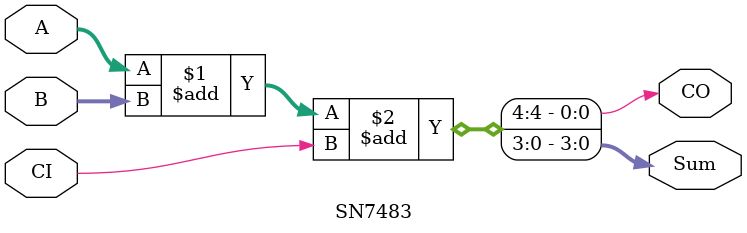
<source format=v>
`timescale 1ns / 1ps
module SN7483(A,B,CI,CO,Sum);
	input [3:0] A;
	input [3:0] B;
	input CI;
	output CO;
	output [3:0] Sum;
	assign {CO, Sum} = A + B + CI;
endmodule

</source>
